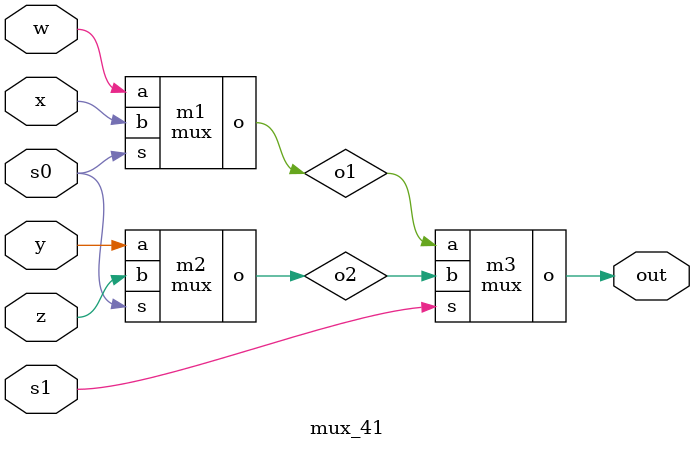
<source format=v>
module mux (
  input a,
  input b,
  input s,
  output reg o
);

assign o = (~s & a) | (s & b);
  
endmodule

module mux_41 ( input w,x,y,z,s0,s1, output out);
  wire o1,o2;
  mux m1( .a(w), .b(x), .s(s0), .o(o1));
  mux m2(.a(y), .b(z), .s(s0), .o(o2));
  mux m3(.a(o1), .b(o2), .s(s1), .o(out));
  
endmodule
</source>
